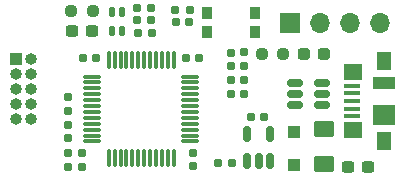
<source format=gbr>
%TF.GenerationSoftware,KiCad,Pcbnew,(6.0.5)*%
%TF.CreationDate,2022-05-16T17:27:05-05:00*%
%TF.ProjectId,dap42,64617034-322e-46b6-9963-61645f706362,rev?*%
%TF.SameCoordinates,Original*%
%TF.FileFunction,Soldermask,Top*%
%TF.FilePolarity,Negative*%
%FSLAX46Y46*%
G04 Gerber Fmt 4.6, Leading zero omitted, Abs format (unit mm)*
G04 Created by KiCad (PCBNEW (6.0.5)) date 2022-05-16 17:27:05*
%MOMM*%
%LPD*%
G01*
G04 APERTURE LIST*
G04 Aperture macros list*
%AMRoundRect*
0 Rectangle with rounded corners*
0 $1 Rounding radius*
0 $2 $3 $4 $5 $6 $7 $8 $9 X,Y pos of 4 corners*
0 Add a 4 corners polygon primitive as box body*
4,1,4,$2,$3,$4,$5,$6,$7,$8,$9,$2,$3,0*
0 Add four circle primitives for the rounded corners*
1,1,$1+$1,$2,$3*
1,1,$1+$1,$4,$5*
1,1,$1+$1,$6,$7*
1,1,$1+$1,$8,$9*
0 Add four rect primitives between the rounded corners*
20,1,$1+$1,$2,$3,$4,$5,0*
20,1,$1+$1,$4,$5,$6,$7,0*
20,1,$1+$1,$6,$7,$8,$9,0*
20,1,$1+$1,$8,$9,$2,$3,0*%
G04 Aperture macros list end*
%ADD10R,1.380000X0.450000*%
%ADD11R,1.900000X1.000000*%
%ADD12R,1.900000X1.800000*%
%ADD13R,1.550000X1.425000*%
%ADD14R,1.300000X1.650000*%
%ADD15RoundRect,0.237500X-0.300000X-0.237500X0.300000X-0.237500X0.300000X0.237500X-0.300000X0.237500X0*%
%ADD16RoundRect,0.150000X0.512500X0.150000X-0.512500X0.150000X-0.512500X-0.150000X0.512500X-0.150000X0*%
%ADD17RoundRect,0.160000X0.197500X0.160000X-0.197500X0.160000X-0.197500X-0.160000X0.197500X-0.160000X0*%
%ADD18RoundRect,0.160000X0.160000X-0.197500X0.160000X0.197500X-0.160000X0.197500X-0.160000X-0.197500X0*%
%ADD19RoundRect,0.237500X0.250000X0.237500X-0.250000X0.237500X-0.250000X-0.237500X0.250000X-0.237500X0*%
%ADD20RoundRect,0.155000X0.212500X0.155000X-0.212500X0.155000X-0.212500X-0.155000X0.212500X-0.155000X0*%
%ADD21RoundRect,0.155000X-0.155000X0.212500X-0.155000X-0.212500X0.155000X-0.212500X0.155000X0.212500X0*%
%ADD22R,0.900000X1.000000*%
%ADD23RoundRect,0.237500X0.287500X0.237500X-0.287500X0.237500X-0.287500X-0.237500X0.287500X-0.237500X0*%
%ADD24RoundRect,0.150000X0.150000X-0.512500X0.150000X0.512500X-0.150000X0.512500X-0.150000X-0.512500X0*%
%ADD25RoundRect,0.237500X0.300000X0.237500X-0.300000X0.237500X-0.300000X-0.237500X0.300000X-0.237500X0*%
%ADD26R,1.700000X1.700000*%
%ADD27O,1.700000X1.700000*%
%ADD28R,1.100000X1.100000*%
%ADD29RoundRect,0.160000X-0.160000X0.197500X-0.160000X-0.197500X0.160000X-0.197500X0.160000X0.197500X0*%
%ADD30RoundRect,0.155000X0.155000X-0.212500X0.155000X0.212500X-0.155000X0.212500X-0.155000X-0.212500X0*%
%ADD31RoundRect,0.155000X-0.212500X-0.155000X0.212500X-0.155000X0.212500X0.155000X-0.212500X0.155000X0*%
%ADD32RoundRect,0.237500X-0.250000X-0.237500X0.250000X-0.237500X0.250000X0.237500X-0.250000X0.237500X0*%
%ADD33R,1.005000X1.005000*%
%ADD34O,1.005000X1.005000*%
%ADD35RoundRect,0.050000X-0.200000X-0.350000X0.200000X-0.350000X0.200000X0.350000X-0.200000X0.350000X0*%
%ADD36RoundRect,0.075000X-0.662500X-0.075000X0.662500X-0.075000X0.662500X0.075000X-0.662500X0.075000X0*%
%ADD37RoundRect,0.075000X-0.075000X-0.662500X0.075000X-0.662500X0.075000X0.662500X-0.075000X0.662500X0*%
%ADD38RoundRect,0.250001X-0.624999X0.462499X-0.624999X-0.462499X0.624999X-0.462499X0.624999X0.462499X0*%
G04 APERTURE END LIST*
D10*
%TO.C,J1*%
X180890000Y-97320000D03*
X180890000Y-96670000D03*
X180890000Y-96020000D03*
X180890000Y-95370000D03*
X180890000Y-94720000D03*
D11*
X183550000Y-94470000D03*
D12*
X183550000Y-97170000D03*
D13*
X180975000Y-93532500D03*
X180975000Y-98507500D03*
D14*
X183550000Y-99395000D03*
X183550000Y-92645000D03*
%TD*%
D15*
%TO.C,C2*%
X180497500Y-101610000D03*
X182222500Y-101610000D03*
%TD*%
D16*
%TO.C,U1*%
X178317500Y-96380000D03*
X178317500Y-95430000D03*
X178317500Y-94480000D03*
X176042500Y-94480000D03*
X176042500Y-95430000D03*
X176042500Y-96380000D03*
%TD*%
D17*
%TO.C,R2*%
X170727500Y-101250000D03*
X169532500Y-101250000D03*
%TD*%
D18*
%TO.C,R11*%
X156830000Y-101627500D03*
X156830000Y-100432500D03*
%TD*%
D19*
%TO.C,R1*%
X158912500Y-88430000D03*
X157087500Y-88430000D03*
%TD*%
D20*
%TO.C,C9*%
X159207500Y-92360000D03*
X158072500Y-92360000D03*
%TD*%
D21*
%TO.C,C6*%
X167400000Y-100422500D03*
X167400000Y-101557500D03*
%TD*%
D22*
%TO.C,SW1*%
X168530000Y-88550000D03*
X172630000Y-88550000D03*
X172630000Y-90150000D03*
X168530000Y-90150000D03*
%TD*%
D18*
%TO.C,R10*%
X158010000Y-101607500D03*
X158010000Y-100412500D03*
%TD*%
%TO.C,R12*%
X171670000Y-95417500D03*
X171670000Y-94222500D03*
%TD*%
D23*
%TO.C,D2*%
X178515000Y-92050000D03*
X176765000Y-92050000D03*
%TD*%
D24*
%TO.C,U2*%
X172000000Y-101127500D03*
X172950000Y-101127500D03*
X173900000Y-101127500D03*
X173900000Y-98852500D03*
X172000000Y-98852500D03*
%TD*%
D17*
%TO.C,R4*%
X167097500Y-88300000D03*
X165902500Y-88300000D03*
%TD*%
D25*
%TO.C,C1*%
X158862500Y-90070000D03*
X157137500Y-90070000D03*
%TD*%
D26*
%TO.C,J4*%
X175590000Y-89400000D03*
D27*
X178130000Y-89400000D03*
X180670000Y-89400000D03*
X183210000Y-89400000D03*
%TD*%
D28*
%TO.C,D1*%
X175970000Y-98640000D03*
X175970000Y-101440000D03*
%TD*%
D20*
%TO.C,C4*%
X167087500Y-89340000D03*
X165952500Y-89340000D03*
%TD*%
D29*
%TO.C,R9*%
X170580000Y-94222500D03*
X170580000Y-95417500D03*
%TD*%
D30*
%TO.C,C10*%
X156830000Y-99167500D03*
X156830000Y-98032500D03*
%TD*%
D31*
%TO.C,C3*%
X172292500Y-97410000D03*
X173427500Y-97410000D03*
%TD*%
D32*
%TO.C,R3*%
X173217500Y-92050000D03*
X175042500Y-92050000D03*
%TD*%
D29*
%TO.C,R5*%
X171690000Y-91902500D03*
X171690000Y-93097500D03*
%TD*%
D17*
%TO.C,R7*%
X163867500Y-88130000D03*
X162672500Y-88130000D03*
%TD*%
D30*
%TO.C,C5*%
X170580000Y-93067500D03*
X170580000Y-91932500D03*
%TD*%
%TO.C,C7*%
X156820000Y-96857500D03*
X156820000Y-95722500D03*
%TD*%
D33*
%TO.C,J2*%
X152365000Y-92460000D03*
D34*
X153635000Y-92460000D03*
X152365000Y-93730000D03*
X153635000Y-93730000D03*
X152365000Y-95000000D03*
X153635000Y-95000000D03*
X152365000Y-96270000D03*
X153635000Y-96270000D03*
X152365000Y-97540000D03*
X153635000Y-97540000D03*
%TD*%
D35*
%TO.C,D3*%
X160490000Y-88480000D03*
X161390000Y-88480000D03*
X161390000Y-90080000D03*
X160490000Y-90080000D03*
%TD*%
D36*
%TO.C,U3*%
X158837500Y-93950000D03*
X158837500Y-94450000D03*
X158837500Y-94950000D03*
X158837500Y-95450000D03*
X158837500Y-95950000D03*
X158837500Y-96450000D03*
X158837500Y-96950000D03*
X158837500Y-97450000D03*
X158837500Y-97950000D03*
X158837500Y-98450000D03*
X158837500Y-98950000D03*
X158837500Y-99450000D03*
D37*
X160250000Y-100862500D03*
X160750000Y-100862500D03*
X161250000Y-100862500D03*
X161750000Y-100862500D03*
X162250000Y-100862500D03*
X162750000Y-100862500D03*
X163250000Y-100862500D03*
X163750000Y-100862500D03*
X164250000Y-100862500D03*
X164750000Y-100862500D03*
X165250000Y-100862500D03*
X165750000Y-100862500D03*
D36*
X167162500Y-99450000D03*
X167162500Y-98950000D03*
X167162500Y-98450000D03*
X167162500Y-97950000D03*
X167162500Y-97450000D03*
X167162500Y-96950000D03*
X167162500Y-96450000D03*
X167162500Y-95950000D03*
X167162500Y-95450000D03*
X167162500Y-94950000D03*
X167162500Y-94450000D03*
X167162500Y-93950000D03*
D37*
X165750000Y-92537500D03*
X165250000Y-92537500D03*
X164750000Y-92537500D03*
X164250000Y-92537500D03*
X163750000Y-92537500D03*
X163250000Y-92537500D03*
X162750000Y-92537500D03*
X162250000Y-92537500D03*
X161750000Y-92537500D03*
X161250000Y-92537500D03*
X160750000Y-92537500D03*
X160250000Y-92537500D03*
%TD*%
D17*
%TO.C,R8*%
X163887500Y-90250000D03*
X162692500Y-90250000D03*
%TD*%
%TO.C,R6*%
X163867500Y-89180000D03*
X162672500Y-89180000D03*
%TD*%
D38*
%TO.C,F1*%
X178450000Y-98412500D03*
X178450000Y-101387500D03*
%TD*%
D20*
%TO.C,C8*%
X167897500Y-92400000D03*
X166762500Y-92400000D03*
%TD*%
M02*

</source>
